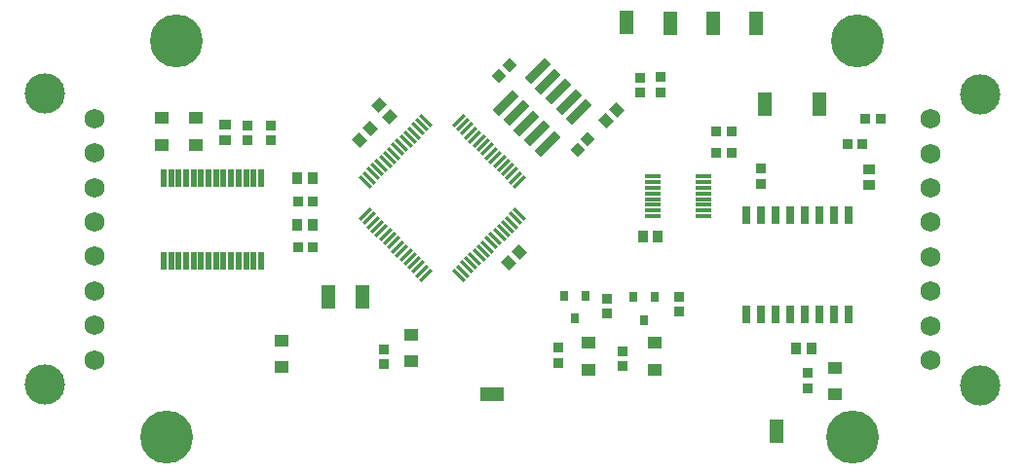
<source format=gbr>
%TF.GenerationSoftware,Altium Limited,Altium Designer,18.1.9 (240)*%
G04 Layer_Color=255*
%FSLAX26Y26*%
%MOIN*%
%TF.FileFunction,Pads,Top*%
%TF.Part,Single*%
G01*
G75*
%TA.AperFunction,SMDPad,CuDef*%
%ADD10R,0.033465X0.037402*%
%ADD11R,0.045276X0.080709*%
%ADD12R,0.019291X0.064961*%
%ADD13R,0.051181X0.043307*%
%ADD14R,0.039370X0.035433*%
%ADD15R,0.035433X0.039370*%
%ADD16R,0.037402X0.033465*%
G04:AMPARAMS|DCode=17|XSize=11.811mil|YSize=53.15mil|CornerRadius=0mil|HoleSize=0mil|Usage=FLASHONLY|Rotation=315.000|XOffset=0mil|YOffset=0mil|HoleType=Round|Shape=Rectangle|*
%AMROTATEDRECTD17*
4,1,4,-0.022967,-0.014615,0.014615,0.022967,0.022967,0.014615,-0.014615,-0.022967,-0.022967,-0.014615,0.0*
%
%ADD17ROTATEDRECTD17*%

G04:AMPARAMS|DCode=18|XSize=11.811mil|YSize=53.15mil|CornerRadius=0mil|HoleSize=0mil|Usage=FLASHONLY|Rotation=45.000|XOffset=0mil|YOffset=0mil|HoleType=Round|Shape=Rectangle|*
%AMROTATEDRECTD18*
4,1,4,0.014615,-0.022967,-0.022967,0.014615,-0.014615,0.022967,0.022967,-0.014615,0.014615,-0.022967,0.0*
%
%ADD18ROTATEDRECTD18*%

G04:AMPARAMS|DCode=19|XSize=39.37mil|YSize=35.433mil|CornerRadius=0mil|HoleSize=0mil|Usage=FLASHONLY|Rotation=45.000|XOffset=0mil|YOffset=0mil|HoleType=Round|Shape=Rectangle|*
%AMROTATEDRECTD19*
4,1,4,-0.001392,-0.026447,-0.026447,-0.001392,0.001392,0.026447,0.026447,0.001392,-0.001392,-0.026447,0.0*
%
%ADD19ROTATEDRECTD19*%

G04:AMPARAMS|DCode=20|XSize=39.37mil|YSize=35.433mil|CornerRadius=0mil|HoleSize=0mil|Usage=FLASHONLY|Rotation=135.000|XOffset=0mil|YOffset=0mil|HoleType=Round|Shape=Rectangle|*
%AMROTATEDRECTD20*
4,1,4,0.026447,-0.001392,0.001392,-0.026447,-0.026447,0.001392,-0.001392,0.026447,0.026447,-0.001392,0.0*
%
%ADD20ROTATEDRECTD20*%

%ADD21R,0.080709X0.045276*%
%ADD22R,0.031496X0.035433*%
G04:AMPARAMS|DCode=23|XSize=37.402mil|YSize=33.465mil|CornerRadius=0mil|HoleSize=0mil|Usage=FLASHONLY|Rotation=135.000|XOffset=0mil|YOffset=0mil|HoleType=Round|Shape=Rectangle|*
%AMROTATEDRECTD23*
4,1,4,0.025055,-0.001392,0.001392,-0.025055,-0.025055,0.001392,-0.001392,0.025055,0.025055,-0.001392,0.0*
%
%ADD23ROTATEDRECTD23*%

G04:AMPARAMS|DCode=24|XSize=29.921mil|YSize=94.488mil|CornerRadius=0mil|HoleSize=0mil|Usage=FLASHONLY|Rotation=135.000|XOffset=0mil|YOffset=0mil|HoleType=Round|Shape=Rectangle|*
%AMROTATEDRECTD24*
4,1,4,0.043985,0.022828,-0.022828,-0.043985,-0.043985,-0.022828,0.022828,0.043985,0.043985,0.022828,0.0*
%
%ADD24ROTATEDRECTD24*%

%ADD25R,0.053150X0.011811*%
%ADD26R,0.027559X0.062992*%
%TA.AperFunction,ViaPad*%
%ADD33C,0.181102*%
%TA.AperFunction,ComponentPad*%
%ADD34C,0.137795*%
%ADD35C,0.068898*%
D10*
X4004251Y2054803D02*
D03*
X4055432D02*
D03*
X3942417Y1968504D02*
D03*
X3993598D02*
D03*
X2112204Y1771653D02*
D03*
X2061024D02*
D03*
X2112204Y1614173D02*
D03*
X2061024D02*
D03*
X3545012Y2013150D02*
D03*
X3493832D02*
D03*
X3545016Y1940000D02*
D03*
X3493836D02*
D03*
D11*
X3845000Y2104195D02*
D03*
X3660748Y2106299D02*
D03*
X2165354Y1445000D02*
D03*
X2283465D02*
D03*
X3186810Y2383860D02*
D03*
X3336731Y2380905D02*
D03*
X3629253D02*
D03*
X3482598Y2381890D02*
D03*
X3700787Y984252D02*
D03*
D12*
X1602899Y1567014D02*
D03*
X1628488D02*
D03*
X1654079D02*
D03*
X1679670D02*
D03*
X1705261D02*
D03*
X1730851D02*
D03*
X1756440D02*
D03*
X1782033D02*
D03*
X1807622D02*
D03*
X1833213D02*
D03*
X1858803D02*
D03*
X1884395D02*
D03*
X1909985D02*
D03*
X1935574D02*
D03*
X1602899Y1852446D02*
D03*
X1628488D02*
D03*
X1654079D02*
D03*
X1679670D02*
D03*
X1705261D02*
D03*
X1730851D02*
D03*
X1756440D02*
D03*
X1782033D02*
D03*
X1807622D02*
D03*
X1833213D02*
D03*
X1858803D02*
D03*
X1884395D02*
D03*
X1909985D02*
D03*
X1935574D02*
D03*
D13*
X1712503Y1966612D02*
D03*
Y2057164D02*
D03*
X1594393Y1966612D02*
D03*
Y2057164D02*
D03*
X2005158Y1294646D02*
D03*
Y1204094D02*
D03*
X2450000Y1315000D02*
D03*
Y1224448D02*
D03*
X3057394Y1287190D02*
D03*
Y1196638D02*
D03*
X3281298Y1287187D02*
D03*
Y1196635D02*
D03*
X3900000Y1202519D02*
D03*
Y1111967D02*
D03*
D14*
X1811024Y2034448D02*
D03*
Y1981300D02*
D03*
X4015748Y1880390D02*
D03*
Y1827242D02*
D03*
D15*
X2113188Y1850394D02*
D03*
X2060040D02*
D03*
Y1692913D02*
D03*
X2113188D02*
D03*
X3294291Y1653543D02*
D03*
X3241142D02*
D03*
X3765750Y1268426D02*
D03*
X3818898D02*
D03*
D16*
X1889764Y1982284D02*
D03*
Y2033464D02*
D03*
X1968504Y1982284D02*
D03*
Y2033464D02*
D03*
X2355000Y1266180D02*
D03*
Y1215000D02*
D03*
X3173740Y1208149D02*
D03*
Y1259329D02*
D03*
X2954066Y1219410D02*
D03*
Y1270590D02*
D03*
X3120000Y1440000D02*
D03*
Y1388820D02*
D03*
X3233269Y2145669D02*
D03*
Y2196849D02*
D03*
X3301298Y2146578D02*
D03*
Y2197758D02*
D03*
X3366771Y1445000D02*
D03*
Y1393820D02*
D03*
X3805000Y1132559D02*
D03*
Y1183739D02*
D03*
X3645000Y1884330D02*
D03*
Y1833150D02*
D03*
D17*
X2611937Y2048091D02*
D03*
X2625858Y2034171D02*
D03*
X2639776Y2020252D02*
D03*
X2653696Y2006332D02*
D03*
X2667615Y1992414D02*
D03*
X2681535Y1978493D02*
D03*
X2695454Y1964575D02*
D03*
X2709374Y1950655D02*
D03*
X2723293Y1936736D02*
D03*
X2737213Y1922816D02*
D03*
X2751131Y1908897D02*
D03*
X2765052Y1894977D02*
D03*
X2778970Y1881058D02*
D03*
X2792890Y1867138D02*
D03*
X2806809Y1853219D02*
D03*
X2820729Y1839299D02*
D03*
X2500582Y1519153D02*
D03*
X2486662Y1533073D02*
D03*
X2472743Y1546991D02*
D03*
X2458823Y1560911D02*
D03*
X2444905Y1574830D02*
D03*
X2430985Y1588750D02*
D03*
X2417066Y1602669D02*
D03*
X2403146Y1616589D02*
D03*
X2389227Y1630508D02*
D03*
X2375307Y1644428D02*
D03*
X2361388Y1658347D02*
D03*
X2347468Y1672267D02*
D03*
X2333549Y1686185D02*
D03*
X2319629Y1700105D02*
D03*
X2305711Y1714024D02*
D03*
X2291791Y1727944D02*
D03*
D18*
X2820729D02*
D03*
X2806809Y1714024D02*
D03*
X2792890Y1700105D02*
D03*
X2778970Y1686185D02*
D03*
X2765052Y1672267D02*
D03*
X2751131Y1658347D02*
D03*
X2737213Y1644428D02*
D03*
X2723293Y1630508D02*
D03*
X2709374Y1616589D02*
D03*
X2695454Y1602669D02*
D03*
X2681535Y1588750D02*
D03*
X2667615Y1574830D02*
D03*
X2653696Y1560911D02*
D03*
X2639776Y1546991D02*
D03*
X2625858Y1533073D02*
D03*
X2611937Y1519153D02*
D03*
X2291791Y1839299D02*
D03*
X2305711Y1853219D02*
D03*
X2319629Y1867138D02*
D03*
X2333549Y1881058D02*
D03*
X2347468Y1894977D02*
D03*
X2361388Y1908897D02*
D03*
X2375307Y1922816D02*
D03*
X2389227Y1936736D02*
D03*
X2403146Y1950655D02*
D03*
X2417066Y1964575D02*
D03*
X2430985Y1978493D02*
D03*
X2444905Y1992414D02*
D03*
X2458823Y2006332D02*
D03*
X2472743Y2020252D02*
D03*
X2486662Y2034171D02*
D03*
X2500582Y2048091D02*
D03*
D19*
X2337726Y2100573D02*
D03*
X2375307Y2062992D02*
D03*
D20*
X2273000Y1982807D02*
D03*
X2310581Y2020388D02*
D03*
X2820729Y1598425D02*
D03*
X2783148Y1560844D02*
D03*
X3153397Y2085405D02*
D03*
X3115816Y2047823D02*
D03*
D21*
X2725000Y1111967D02*
D03*
D22*
X3045797Y1449370D02*
D03*
X2970993D02*
D03*
X3008395Y1370630D02*
D03*
X3283268Y1445000D02*
D03*
X3208464D02*
D03*
X3245866Y1366260D02*
D03*
D23*
X2786835Y2239355D02*
D03*
X2750645Y2203165D02*
D03*
X3054276Y1986284D02*
D03*
X3018086Y1950094D02*
D03*
D24*
X3023224Y2077120D02*
D03*
X2914651Y1968548D02*
D03*
X2987868Y2112476D02*
D03*
X2879296Y2003903D02*
D03*
X2952513Y2147831D02*
D03*
X2843941Y2039259D02*
D03*
X2917157Y2183186D02*
D03*
X2808586Y2074614D02*
D03*
X2881802Y2218541D02*
D03*
X2773230Y2109970D02*
D03*
D25*
X3449920Y1720944D02*
D03*
Y1740630D02*
D03*
Y1760314D02*
D03*
Y1780000D02*
D03*
Y1799684D02*
D03*
Y1819370D02*
D03*
Y1839054D02*
D03*
Y1858740D02*
D03*
X3274724Y1720944D02*
D03*
Y1740630D02*
D03*
Y1760314D02*
D03*
Y1780000D02*
D03*
Y1799684D02*
D03*
Y1819370D02*
D03*
Y1839054D02*
D03*
Y1858740D02*
D03*
D26*
X3595000Y1383740D02*
D03*
X3645000D02*
D03*
X3695000D02*
D03*
X3745000D02*
D03*
X3795000D02*
D03*
X3845000D02*
D03*
X3895000D02*
D03*
X3945000D02*
D03*
X3595000Y1726260D02*
D03*
X3645000D02*
D03*
X3695000D02*
D03*
X3745000D02*
D03*
X3795000D02*
D03*
X3845000D02*
D03*
X3895000D02*
D03*
X3945000D02*
D03*
D33*
X1645002Y2322835D02*
D03*
X1614173Y964567D02*
D03*
X3957652D02*
D03*
X3976378Y2322835D02*
D03*
D34*
X1195000Y1144685D02*
D03*
Y2140749D02*
D03*
X4395078Y2139449D02*
D03*
Y1143385D02*
D03*
D35*
X1365078Y2056103D02*
D03*
Y1937993D02*
D03*
Y1819883D02*
D03*
Y1701771D02*
D03*
Y1583661D02*
D03*
Y1465551D02*
D03*
Y1347441D02*
D03*
Y1229331D02*
D03*
X4225000Y1228031D02*
D03*
Y1346141D02*
D03*
Y1464251D02*
D03*
Y1582363D02*
D03*
Y1700473D02*
D03*
Y1818583D02*
D03*
Y1936693D02*
D03*
Y2054803D02*
D03*
%TF.MD5,db61bd2d4ddcf2b900bd8bcca6739792*%
M02*

</source>
